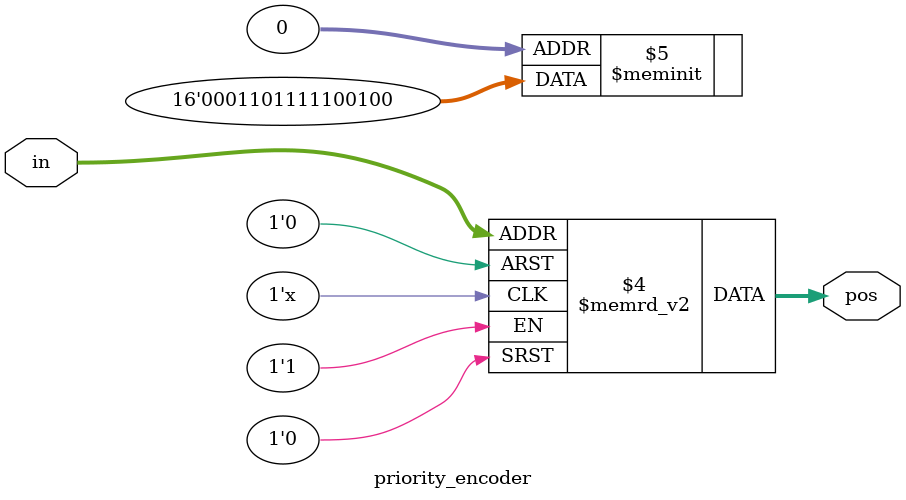
<source format=v>
module priority_encoder( 
input [2:0] in,
output reg [1:0] pos ); 
// When sel=1, assign b to out
always @(*)
begin
casex (in)
3'b000: pos = 2'b00;
3'b001: pos = 2'b01;
3'b010: pos = 2'b10;
3'b011: pos = 2'b11;
3'b100: pos = 2'b11;
3'b101: pos = 2'b10;
3'b110: pos = 2'b01;
3'b111: pos = 2'b00;
default: pos = 2'b00;
endcase
end
endmodule

</source>
